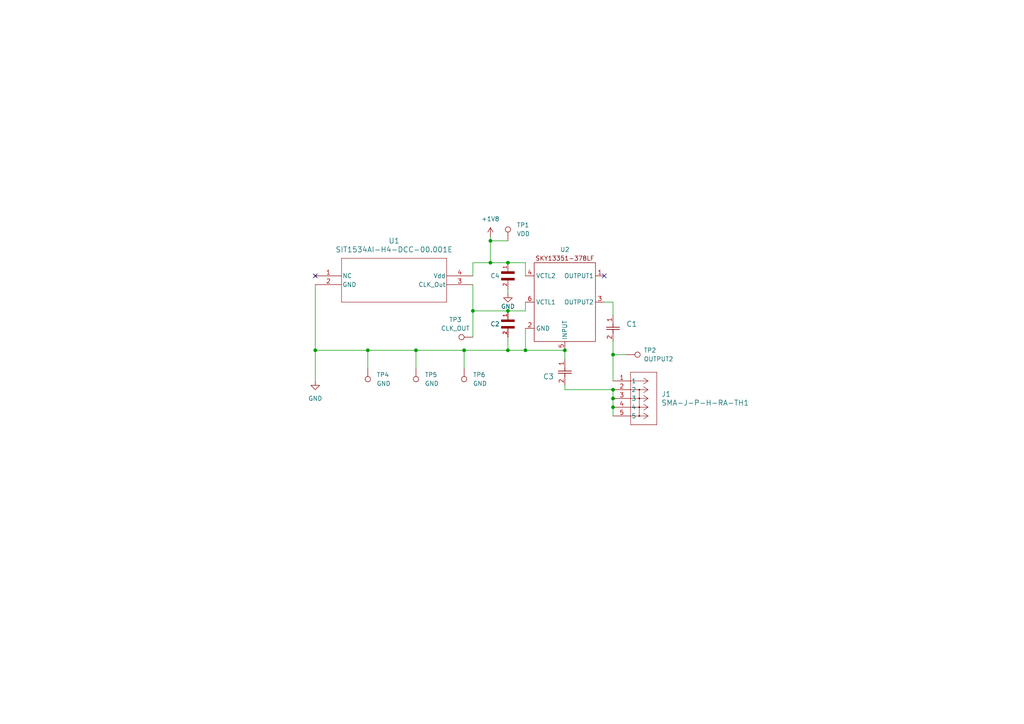
<source format=kicad_sch>
(kicad_sch (version 20230121) (generator eeschema)
  (paper "A4")
  (title_block (title "RF Backscatter Tag") (rev "V1.0") (company "UCSC J-Lab"))
  (lib_symbols
    (symbol "2024-02-20_21-31-14:SMA-J-P-H-RA-TH1" (pin_names (offset 0.254))
      (property "Reference" "J" (at 8.89 6.35 0))
      (property "Value" "SMA-J-P-H-RA-TH1" (at 0 0 0))
      (symbol "SMA-J-P-H-RA-TH1_1_1"
        (polyline (pts (xy 5.08 -12.7) (xy 12.7 -12.7)) (stroke (width 0.127)))
        (polyline (pts (xy 5.08 2.54) (xy 5.08 -12.7)) (stroke (width 0.127)))
        (polyline (pts (xy 7.62 -2.54) (xy 7.62 -10.16)) (stroke (width 0.127)))
        (polyline (pts (xy 10.16 -10.16) (xy 5.08 -10.16)) (stroke (width 0.127)))
        (polyline (pts (xy 10.16 -10.16) (xy 8.89 -11.0067)) (stroke (width 0.127)))
        (polyline (pts (xy 10.16 -10.16) (xy 8.89 -9.3133)) (stroke (width 0.127)))
        (polyline (pts (xy 10.16 -7.62) (xy 5.08 -7.62)) (stroke (width 0.127)))
        (polyline (pts (xy 10.16 -7.62) (xy 8.89 -8.4667)) (stroke (width 0.127)))
        (polyline (pts (xy 10.16 -7.62) (xy 8.89 -6.7733)) (stroke (width 0.127)))
        (polyline (pts (xy 10.16 -5.08) (xy 5.08 -5.08)) (stroke (width 0.127)))
        (polyline (pts (xy 10.16 -5.08) (xy 8.89 -5.9267)) (stroke (width 0.127)))
        (polyline (pts (xy 10.16 -5.08) (xy 8.89 -4.2333)) (stroke (width 0.127)))
        (polyline (pts (xy 10.16 -2.54) (xy 5.08 -2.54)) (stroke (width 0.127)))
        (polyline (pts (xy 10.16 -2.54) (xy 8.89 -3.3867)) (stroke (width 0.127)))
        (polyline (pts (xy 10.16 -2.54) (xy 8.89 -1.6933)) (stroke (width 0.127)))
        (polyline (pts (xy 10.16 0) (xy 5.08 0)) (stroke (width 0.127)))
        (polyline (pts (xy 10.16 0) (xy 8.89 -0.8467)) (stroke (width 0.127)))
        (polyline (pts (xy 10.16 0) (xy 8.89 0.8467)) (stroke (width 0.127)))
        (polyline (pts (xy 12.7 -12.7) (xy 12.7 2.54)) (stroke (width 0.127)))
        (polyline (pts (xy 12.7 2.54) (xy 5.08 2.54)) (stroke (width 0.127)))
        (circle (center 7.62 -10.16) (radius 0.127) (stroke (width 0.254)))
        (circle (center 7.62 -7.62) (radius 0.127) (stroke (width 0.254)))
        (circle (center 7.62 -5.08) (radius 0.127) (stroke (width 0.254)))
        (circle (center 7.62 -2.54) (radius 0.127) (stroke (width 0.254)))
        (pin unspecified line (at 0 0 0) (length 5.08) (name "1") (number "1"))
        (pin unspecified line (at 0 -2.54 0) (length 5.08) (name "2") (number "2"))
        (pin unspecified line (at 0 -5.08 0) (length 5.08) (name "3") (number "3"))
        (pin unspecified line (at 0 -7.62 0) (length 5.08) (name "4") (number "4"))
        (pin unspecified line (at 0 -10.16 0) (length 5.08) (name "5") (number "5"))
      )
      (symbol "SMA-J-P-H-RA-TH1_1_2"
        (polyline (pts (xy 5.08 -12.7) (xy 12.7 -12.7)) (stroke (width 0.127)))
        (polyline (pts (xy 5.08 2.54) (xy 5.08 -12.7)) (stroke (width 0.127)))
        (polyline (pts (xy 6.858 -2.54) (xy 6.858 -10.16)) (stroke (width 0.127)))
        (polyline (pts (xy 7.62 -10.16) (xy 5.08 -10.16)) (stroke (width 0.127)))
        (polyline (pts (xy 7.62 -10.16) (xy 8.89 -11.0067)) (stroke (width 0.127)))
        (polyline (pts (xy 7.62 -10.16) (xy 8.89 -9.3133)) (stroke (width 0.127)))
        (polyline (pts (xy 7.62 -7.62) (xy 5.08 -7.62)) (stroke (width 0.127)))
        (polyline (pts (xy 7.62 -7.62) (xy 8.89 -8.4667)) (stroke (width 0.127)))
        (polyline (pts (xy 7.62 -7.62) (xy 8.89 -6.7733)) (stroke (width 0.127)))
        (polyline (pts (xy 7.62 -5.08) (xy 5.08 -5.08)) (stroke (width 0.127)))
        (polyline (pts (xy 7.62 -5.08) (xy 8.89 -5.9267)) (stroke (width 0.127)))
        (polyline (pts (xy 7.62 -5.08) (xy 8.89 -4.2333)) (stroke (width 0.127)))
        (polyline (pts (xy 7.62 -2.54) (xy 5.08 -2.54)) (stroke (width 0.127)))
        (polyline (pts (xy 7.62 -2.54) (xy 8.89 -3.3867)) (stroke (width 0.127)))
        (polyline (pts (xy 7.62 -2.54) (xy 8.89 -1.6933)) (stroke (width 0.127)))
        (polyline (pts (xy 7.62 0) (xy 5.08 0)) (stroke (width 0.127)))
        (polyline (pts (xy 7.62 0) (xy 8.89 -0.8467)) (stroke (width 0.127)))
        (polyline (pts (xy 7.62 0) (xy 8.89 0.8467)) (stroke (width 0.127)))
        (polyline (pts (xy 12.7 -12.7) (xy 12.7 2.54)) (stroke (width 0.127)))
        (polyline (pts (xy 12.7 2.54) (xy 5.08 2.54)) (stroke (width 0.127)))
        (circle (center 6.858 -10.16) (radius 0.127) (stroke (width 0.254)))
        (circle (center 6.858 -7.62) (radius 0.127) (stroke (width 0.254)))
        (circle (center 6.858 -5.08) (radius 0.127) (stroke (width 0.254)))
        (circle (center 6.858 -2.54) (radius 0.127) (stroke (width 0.254)))
        (pin unspecified line (at 0 0 0) (length 5.08) (name "1") (number "1"))
        (pin unspecified line (at 0 -2.54 0) (length 5.08) (name "2") (number "2"))
        (pin unspecified line (at 0 -5.08 0) (length 5.08) (name "3") (number "3"))
        (pin unspecified line (at 0 -7.62 0) (length 5.08) (name "4") (number "4"))
        (pin unspecified line (at 0 -10.16 0) (length 5.08) (name "5") (number "5"))
      )
    )
    (symbol "2024-02-26_00-03-55:SIT1534AI-H4-DCC-00.001E" (pin_names (offset 0.254))
      (property "Reference" "XTAL" (at 22.86 10.16 0))
      (property "Value" "SIT1534AI-H4-DCC-00.001E" (at 22.86 7.62 0))
      (symbol "SIT1534AI-H4-DCC-00.001E_1_1"
        (polyline (pts (xy 7.62 -7.62) (xy 38.1 -7.62)) (stroke (width 0.127)))
        (polyline (pts (xy 7.62 5.08) (xy 7.62 -7.62)) (stroke (width 0.127)))
        (polyline (pts (xy 38.1 -7.62) (xy 38.1 5.08)) (stroke (width 0.127)))
        (polyline (pts (xy 38.1 5.08) (xy 7.62 5.08)) (stroke (width 0.127)))
        (pin no_connect line (at 0 0 0) (length 7.62) (name "NC") (number "1"))
        (pin power_out line (at 0 -2.54 0) (length 7.62) (name "GND") (number "2"))
        (pin output line (at 45.72 -2.54 180) (length 7.62) (name "CLK_Out") (number "3"))
        (pin power_in line (at 45.72 0 180) (length 7.62) (name "Vdd") (number "4"))
      )
    )
    (symbol "CBR04C101J3GAC:CBR04C101J3GAC" (pin_names (offset 0.254))
      (property "Reference" "C" (at 3.81 3.81 0))
      (property "Value" "CBR04C101J3GAC" (at 3.81 -3.81 0))
      (symbol "CBR04C101J3GAC_1_1"
        (polyline (pts (xy 2.54 0) (xy 3.4798 0)) (stroke (width 0.2032)))
        (polyline (pts (xy 3.4798 -1.905) (xy 3.4798 1.905)) (stroke (width 0.2032)))
        (polyline (pts (xy 4.1148 -1.905) (xy 4.1148 1.905)) (stroke (width 0.2032)))
        (polyline (pts (xy 4.1148 0) (xy 5.08 0)) (stroke (width 0.2032)))
        (pin unspecified line (at 0 0 0) (length 2.54) (name "") (number "1"))
        (pin unspecified line (at 7.62 0 180) (length 2.54) (name "") (number "2"))
      )
      (symbol "CBR04C101J3GAC_1_2"
        (polyline (pts (xy -1.905 -4.1148) (xy 1.905 -4.1148)) (stroke (width 0.2032)))
        (polyline (pts (xy -1.905 -3.4798) (xy 1.905 -3.4798)) (stroke (width 0.2032)))
        (polyline (pts (xy 0 -4.1148) (xy 0 -5.08)) (stroke (width 0.2032)))
        (polyline (pts (xy 0 -2.54) (xy 0 -3.4798)) (stroke (width 0.2032)))
        (pin unspecified line (at 0 0 270) (length 2.54) (name "") (number "1"))
        (pin unspecified line (at 0 -7.62 90) (length 2.54) (name "") (number "2"))
      )
    )
    (symbol "Connector:TestPoint" (pin_numbers hide) (pin_names (offset 0.762) hide)
      (property "Reference" "TP" (at 0 6.858 0))
      (property "Value" "TestPoint" (at 0 5.08 0))
      (symbol "TestPoint_0_1"
        (circle (center 0 3.302) (radius 0.762))
      )
      (symbol "TestPoint_1_1"
        (pin passive line (at 0 0 90) (length 2.54) (name "1") (number "1"))
      )
    )
    (symbol "GJM1555C1H330JB01D:GJM1555C1H330JB01D" (pin_names (offset 1.016))
      (property "Reference" "C" (at 0 3.8109 0))
      (property "Value" "GJM1555C1H330JB01D" (at 0 -5.0885 0))
      (symbol "GJM1555C1H330JB01D_0_0"
        (rectangle (start 0 -1.9069) (end 0.635 1.905) (stroke (width 0.1)) (fill (type outline)))
        (rectangle (start 1.9069 -1.9069) (end 2.54 1.905) (stroke (width 0.1)) (fill (type outline)))
        (pin passive line (at -2.54 0 0) (length 2.54) (name "~") (number "1"))
        (pin passive line (at 5.08 0 180) (length 2.54) (name "~") (number "2"))
      )
    )
    (symbol "WADAR_KiCAD_Library:SKY13351-378LF"
      (property "Reference" "U2" (at 0 10.16 0))
      (symbol "SKY13351-378LF_0_1"
        (rectangle (start -8.89 6.35) (end 8.89 -16.51))
      )
      (symbol "SKY13351-378LF_1_1"
        (text "SKY13351-378LF" (at 0 7.62 0) (effects (font (size 1.27 1.27))))
        (pin output line (at 11.43 2.54 180) (length 2.54) (name "OUTPUT1") (number "1"))
        (pin passive line (at -11.43 -12.7 0) (length 2.54) (name "GND") (number "2"))
        (pin output line (at 11.43 -5.08 180) (length 2.54) (name "OUTPUT2") (number "3"))
        (pin input line (at -11.43 2.54 0) (length 2.54) (name "VCTL2") (number "4"))
        (pin input line (at 0 -19.05 90) (length 2.54) (name "INPUT") (number "5"))
        (pin input line (at -11.43 -5.08 0) (length 2.54) (name "VCTL1") (number "6"))
      )
    )
    (symbol "power:+1V8" (power) (pin_names (offset 0))
      (property "Value" "+1V8" (at 0 3.556 0))
      (symbol "+1V8_0_1"
        (polyline (pts (xy -0.762 1.27) (xy 0 2.54)))
        (polyline (pts (xy 0 0) (xy 0 2.54)))
        (polyline (pts (xy 0 2.54) (xy 0.762 1.27)))
      )
      (symbol "+1V8_1_1"
        (pin power_in line (at 0 0 90) (length 0) hide (name "+1V8") (number "1"))
      )
    )
    (symbol "power:GND" (power) (pin_names (offset 0))
      (property "Value" "GND" (at 0 -3.81 0))
      (symbol "GND_0_1"
        (polyline (pts (xy 0 0) (xy 0 -1.27) (xy 1.27 -1.27) (xy 0 -2.54) (xy -1.27 -1.27) (xy 0 -1.27)))
      )
      (symbol "GND_1_1"
        (pin power_in line (at 0 0 270) (length 0) hide (name "GND") (number "1"))
      )
    )
  )
  (junction (at 147.32 90.17))
  (junction (at 152.4 101.6))
  (junction (at 142.24 69.85))
  (junction (at 177.8 113.03))
  (junction (at 147.32 76.2))
  (junction (at 147.32 101.6))
  (junction (at 106.68 101.6))
  (junction (at 177.8 115.57))
  (junction (at 163.83 101.6))
  (junction (at 142.24 76.2))
  (junction (at 177.8 102.87))
  (junction (at 120.65 101.6))
  (junction (at 134.62 101.6))
  (junction (at 177.8 118.11))
  (junction (at 91.44 101.6))
  (junction (at 137.16 90.17))
  (no_connect (at 175.26 80.01))
  (no_connect (at 91.44 80.01))
  (wire (pts (xy 142.24 69.85) (xy 142.24 76.2)))
  (wire (pts (xy 177.8 102.87) (xy 177.8 110.49)))
  (wire (pts (xy 177.8 102.87) (xy 181.61 102.87)))
  (wire (pts (xy 177.8 118.11) (xy 177.8 120.65)))
  (wire (pts (xy 177.8 115.57) (xy 177.8 118.11)))
  (wire (pts (xy 134.62 101.6) (xy 147.32 101.6)))
  (wire (pts (xy 152.4 87.63) (xy 152.4 90.17)))
  (wire (pts (xy 147.32 85.09) (xy 147.32 83.82)))
  (wire (pts (xy 142.24 69.85) (xy 147.32 69.85)))
  (wire (pts (xy 152.4 76.2) (xy 152.4 80.01)))
  (wire (pts (xy 91.44 82.55) (xy 91.44 101.6)))
  (wire (pts (xy 147.32 101.6) (xy 152.4 101.6)))
  (wire (pts (xy 142.24 68.58) (xy 142.24 69.85)))
  (wire (pts (xy 163.83 113.03) (xy 177.8 113.03)))
  (wire (pts (xy 120.65 101.6) (xy 134.62 101.6)))
  (wire (pts (xy 91.44 101.6) (xy 91.44 110.49)))
  (wire (pts (xy 177.8 113.03) (xy 177.8 115.57)))
  (wire (pts (xy 175.26 87.63) (xy 177.8 87.63)))
  (wire (pts (xy 137.16 76.2) (xy 137.16 80.01)))
  (wire (pts (xy 137.16 90.17) (xy 147.32 90.17)))
  (wire (pts (xy 177.8 87.63) (xy 177.8 91.44)))
  (wire (pts (xy 142.24 76.2) (xy 147.32 76.2)))
  (wire (pts (xy 137.16 82.55) (xy 137.16 90.17)))
  (wire (pts (xy 163.83 111.76) (xy 163.83 113.03)))
  (wire (pts (xy 137.16 76.2) (xy 142.24 76.2)))
  (wire (pts (xy 91.44 101.6) (xy 106.68 101.6)))
  (wire (pts (xy 152.4 95.25) (xy 152.4 101.6)))
  (wire (pts (xy 120.65 101.6) (xy 120.65 106.68)))
  (wire (pts (xy 177.8 99.06) (xy 177.8 102.87)))
  (wire (pts (xy 137.16 90.17) (xy 137.16 97.79)))
  (wire (pts (xy 152.4 101.6) (xy 163.83 101.6)))
  (wire (pts (xy 147.32 97.79) (xy 147.32 101.6)))
  (wire (pts (xy 106.68 101.6) (xy 120.65 101.6)))
  (wire (pts (xy 163.83 101.6) (xy 163.83 104.14)))
  (wire (pts (xy 147.32 76.2) (xy 152.4 76.2)))
  (wire (pts (xy 134.62 101.6) (xy 134.62 106.68)))
  (wire (pts (xy 152.4 90.17) (xy 147.32 90.17)))
  (wire (pts (xy 106.68 101.6) (xy 106.68 106.68)))
  (symbol (lib_id "CBR04C101J3GAC:CBR04C101J3GAC") (at 177.8 91.44 270) (unit 1)
    (property "Reference" "C1" (at 181.61 93.98 90) (effects (font (size 1.524 1.524)) (justify left)))
    (property "Value" "CBR04C101J3GAC" (effects hide))
    (property "Footprint" "WADARfootprints:CAPC10555_55N_KEM" (effects hide))
    (property "Datasheet" "CBR04C101J3GAC" (effects hide))
  )
  (symbol (lib_id "GJM1555C1H330JB01D:GJM1555C1H330JB01D") (at 147.32 78.74 270) (unit 1)
    (property "Reference" "C4" (at 142.24 80.01 90) (effects (justify left)))
    (property "Value" "GJM1555C1H330JB01D" (effects hide))
    (property "Footprint" "WADARfootprints:CAPC10555_55N_KEM" (effects hide))
  )
  (symbol (lib_id "WADAR_KiCAD_Library:SKY13351-378LF") (at 163.83 82.55 0) (unit 1)
    (property "Reference" "U2" (at 163.83 72.39 0))
    (property "Footprint" "JLab_FP:SKY13351_FP" (effects hide))
  )
  (symbol (lib_id "power:GND") (at 147.32 85.09 0) (unit 1)
    (property "Reference" "#PWR03" (effects hide))
    (property "Value" "GND" (at 147.32 88.9 0))
  )
  (symbol (lib_id "CBR04C101J3GAC:CBR04C101J3GAC") (at 163.83 104.14 270) (unit 1)
    (property "Reference" "C3" (at 157.48 109.22 90) (effects (font (size 1.524 1.524)) (justify left)))
    (property "Value" "CBR04C101J3GAC" (effects hide))
    (property "Footprint" "CAPC10555_55N_KEM" (effects hide))
    (property "Datasheet" "CBR04C101J3GAC" (effects hide))
  )
  (symbol (lib_id "2024-02-26_00-03-55:SIT1534AI-H4-DCC-00.001E") (at 91.44 80.01 0) (unit 1)
    (property "Reference" "U1" (at 114.3 69.85 0) (effects (font (size 1.524 1.524))))
    (property "Value" "SIT1534AI-H4-DCC-00.001E" (at 114.3 72.39 0) (effects (font (size 1.524 1.524))))
    (property "Footprint" "XTAL4_SiT1533_SIT" (effects hide))
    (property "Datasheet" "SIT1534AI-H4-DCC-00.001E" (effects hide))
  )
  (symbol (lib_id "2024-02-20_21-31-14:SMA-J-P-H-RA-TH1") (at 177.8 110.49 0) (unit 1)
    (property "Reference" "J1" (at 191.77 114.3 0) (effects (font (size 1.524 1.524)) (justify left)))
    (property "Value" "SMA-J-P-H-RA-TH1" (at 191.77 116.84 0) (effects (font (size 1.524 1.524)) (justify left)))
    (property "Footprint" "CONN_SMA-J-P-H-RA-TH1_SAI" (effects hide))
    (property "Datasheet" "SMA-J-P-H-RA-TH1" (effects hide))
  )
  (symbol (lib_id "GJM1555C1H330JB01D:GJM1555C1H330JB01D") (at 147.32 92.71 270) (unit 1)
    (property "Reference" "C2" (at 142.24 93.98 90) (effects (justify left)))
    (property "Value" "GJM1555C1H330JB01D" (effects hide))
    (property "Footprint" "WADARfootprints:CAPC10555_55N_KEM" (effects hide))
  )
  (symbol (lib_id "Connector:TestPoint") (at 147.32 69.85 0) (unit 1)
    (property "Reference" "TP1" (at 149.86 65.278 0) (effects (justify left)))
    (property "Value" "VDD" (at 149.86 67.818 0) (effects (justify left)))
    (property "Footprint" "TestPoint:TestPoint_Pad_2.0x2.0mm" (effects hide))
  )
  (symbol (lib_id "Connector:TestPoint") (at 181.61 102.87 270) (unit 1)
    (property "Reference" "TP2" (at 186.69 101.6 90) (effects (justify left)))
    (property "Value" "OUTPUT2" (at 186.69 104.14 90) (effects (justify left)))
    (property "Footprint" "TestPoint:TestPoint_Pad_2.0x2.0mm" (effects hide))
  )
  (symbol (lib_id "Connector:TestPoint") (at 134.62 106.68 180) (unit 1)
    (property "Reference" "TP6" (at 137.16 108.712 0) (effects (justify right)))
    (property "Value" "GND" (at 137.16 111.252 0) (effects (justify right)))
    (property "Footprint" "TestPoint:TestPoint_Pad_2.0x2.0mm" (effects hide))
  )
  (symbol (lib_id "Connector:TestPoint") (at 106.68 106.68 180) (unit 1)
    (property "Reference" "TP4" (at 109.22 108.712 0) (effects (justify right)))
    (property "Value" "GND" (at 109.22 111.252 0) (effects (justify right)))
    (property "Footprint" "TestPoint:TestPoint_Pad_2.0x2.0mm" (effects hide))
  )
  (symbol (lib_id "Connector:TestPoint") (at 137.16 97.79 90) (unit 1)
    (property "Reference" "TP3" (at 132.08 92.71 90))
    (property "Value" "CLK_OUT" (at 132.08 95.25 90))
    (property "Footprint" "TestPoint:TestPoint_Pad_2.0x2.0mm" (effects hide))
  )
  (symbol (lib_id "power:GND") (at 91.44 110.49 0) (unit 1)
    (property "Reference" "#PWR01" (effects hide))
    (property "Value" "GND" (at 91.44 115.57 0))
  )
  (symbol (lib_id "Connector:TestPoint") (at 120.65 106.68 180) (unit 1)
    (property "Reference" "TP5" (at 123.19 108.712 0) (effects (justify right)))
    (property "Value" "GND" (at 123.19 111.252 0) (effects (justify right)))
    (property "Footprint" "TestPoint:TestPoint_Pad_2.0x2.0mm" (effects hide))
  )
  (symbol (lib_id "power:+1V8") (at 142.24 68.58 0) (unit 1)
    (property "Reference" "#PWR02" (effects hide))
    (property "Value" "+1V8" (at 142.24 63.5 0))
  )
)
</source>
